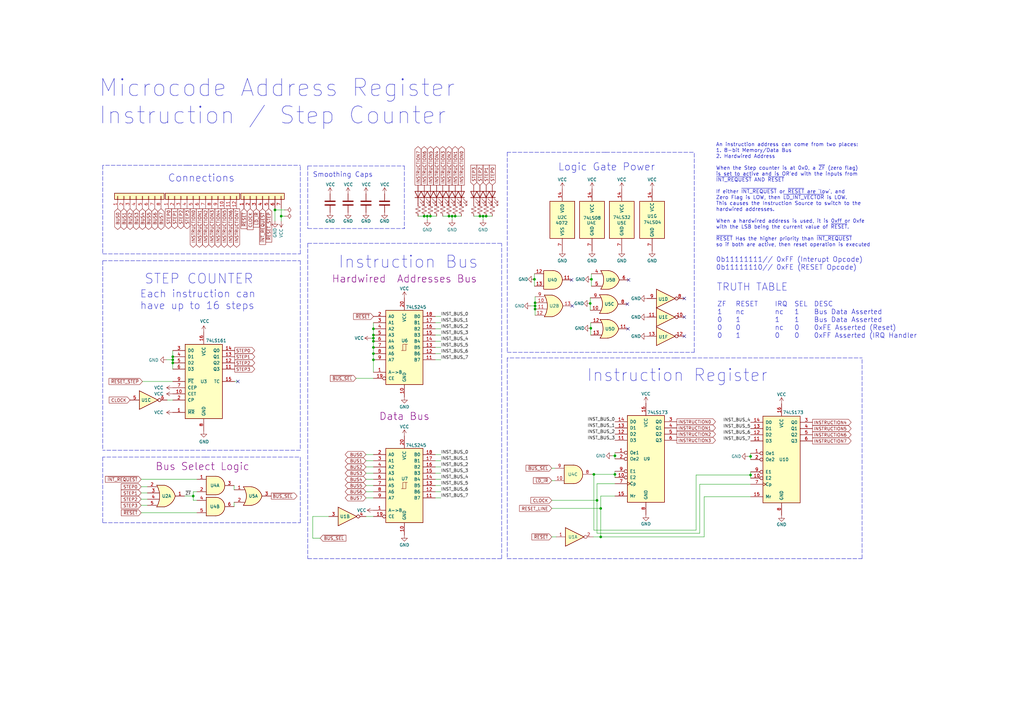
<source format=kicad_sch>
(kicad_sch (version 20211123) (generator eeschema)
  (paper "A3")
  (junction (at 196.85 88.646))
  (junction (at 70.866 146.304))
  (junction (at 307.848 187.198))
  (junction (at 246.38 208.534))
  (junction (at 79.248 203.454))
  (junction (at 153.162 139.954))
  (junction (at 70.866 148.844))
  (junction (at 175.26 88.646))
  (junction (at 198.12 88.646))
  (junction (at 186.69 88.646))
  (junction (at 115.316 88.646))
  (junction (at 153.162 147.574))
  (junction (at 219.202 114.554))
  (junction (at 199.39 88.646))
  (junction (at 242.062 124.46))
  (junction (at 153.162 145.034))
  (junction (at 244.856 205.232))
  (junction (at 153.162 138.684))
  (junction (at 242.316 134.62))
  (junction (at 185.42 88.646))
  (junction (at 173.99 88.646))
  (junction (at 219.456 126.746))
  (junction (at 219.456 125.476))
  (junction (at 70.866 147.574))
  (junction (at 219.456 124.206))
  (junction (at 184.15 88.646))
  (junction (at 243.586 194.564))
  (junction (at 246.38 220.218))
  (junction (at 153.162 142.494))
  (junction (at 307.848 194.818))
  (junction (at 242.57 114.554))
  (junction (at 176.53 88.646))
  (junction (at 252.222 194.564))
  (junction (at 153.162 137.414))
  (junction (at 112.776 86.106))
  (junction (at 153.162 134.874))
  (junction (at 252.222 186.944))
  (no_connect (at 257.302 124.714))
  (no_connect (at 257.81 114.808))
  (no_connect (at 234.442 114.808))
  (no_connect (at 257.556 134.874))
  (no_connect (at 280.67 137.922))
  (no_connect (at 280.67 130.048))
  (no_connect (at 280.67 122.428))
  (no_connect (at 234.696 125.476))
  (no_connect (at 97.536 156.464))
  (wire (pts (xy 219.456 125.476) (xy 219.456 126.746)))
  (wire (pts (xy 175.26 88.646) (xy 175.26 90.17)))
  (polyline (pts (xy 248.412 62.484) (xy 284.734 62.484)))
  (wire (pts (xy 178.562 129.794) (xy 180.848 129.794)))
  (wire (pts (xy 285.496 194.818) (xy 307.848 194.818)))
  (wire (pts (xy 243.586 194.564) (xy 243.586 217.424)))
  (wire (pts (xy 79.248 201.676) (xy 80.772 201.676)))
  (wire (pts (xy 153.162 147.574) (xy 153.162 152.654)))
  (wire (pts (xy 219.456 121.666) (xy 219.456 124.206)))
  (wire (pts (xy 307.848 203.708) (xy 288.798 203.708)))
  (wire (pts (xy 198.12 88.646) (xy 199.39 88.646)))
  (wire (pts (xy 68.326 147.574) (xy 70.866 147.574)))
  (wire (pts (xy 75.692 203.454) (xy 79.248 203.454)))
  (wire (pts (xy 178.562 196.596) (xy 180.848 196.596)))
  (wire (pts (xy 112.776 86.106) (xy 116.84 86.106)))
  (wire (pts (xy 58.42 156.464) (xy 70.866 156.464)))
  (wire (pts (xy 150.114 196.596) (xy 153.162 196.596)))
  (wire (pts (xy 96.012 199.136) (xy 96.012 200.914)))
  (wire (pts (xy 185.42 88.646) (xy 186.69 88.646)))
  (polyline (pts (xy 126.238 99.822) (xy 205.74 99.822)))
  (wire (pts (xy 306.832 187.198) (xy 307.848 187.198)))
  (wire (pts (xy 196.85 88.646) (xy 198.12 88.646)))
  (wire (pts (xy 153.162 132.334) (xy 153.162 134.874)))
  (wire (pts (xy 178.562 147.574) (xy 180.848 147.574)))
  (wire (pts (xy 194.31 88.646) (xy 196.85 88.646)))
  (wire (pts (xy 57.912 207.264) (xy 60.452 207.264)))
  (wire (pts (xy 79.248 203.454) (xy 79.248 205.232)))
  (wire (pts (xy 150.114 201.676) (xy 153.162 201.676)))
  (wire (pts (xy 115.316 88.646) (xy 115.316 85.598)))
  (wire (pts (xy 287.02 218.694) (xy 287.02 198.628)))
  (wire (pts (xy 243.586 194.564) (xy 252.222 194.564)))
  (wire (pts (xy 307.848 187.198) (xy 307.848 188.468)))
  (wire (pts (xy 70.866 146.304) (xy 70.866 143.764)))
  (wire (pts (xy 307.848 193.548) (xy 307.848 194.818)))
  (wire (pts (xy 307.848 194.818) (xy 307.848 196.088)))
  (wire (pts (xy 96.266 156.464) (xy 97.536 156.464)))
  (polyline (pts (xy 248.412 62.484) (xy 208.026 62.484)))
  (wire (pts (xy 57.912 204.724) (xy 60.452 204.724)))
  (wire (pts (xy 178.562 186.436) (xy 180.848 186.436)))
  (wire (pts (xy 79.248 205.232) (xy 80.772 205.232)))
  (wire (pts (xy 112.776 90.678) (xy 112.776 86.106)))
  (wire (pts (xy 112.776 86.106) (xy 112.776 85.598)))
  (wire (pts (xy 252.222 198.374) (xy 244.856 198.374)))
  (wire (pts (xy 178.562 191.516) (xy 180.848 191.516)))
  (wire (pts (xy 115.316 88.646) (xy 116.84 88.646)))
  (wire (pts (xy 246.38 203.454) (xy 252.222 203.454)))
  (wire (pts (xy 150.114 191.516) (xy 153.162 191.516)))
  (wire (pts (xy 199.39 88.646) (xy 201.93 88.646)))
  (wire (pts (xy 178.562 194.056) (xy 180.848 194.056)))
  (polyline (pts (xy 126.238 68.072) (xy 126.238 93.726)))
  (wire (pts (xy 288.798 220.218) (xy 246.38 220.218)))
  (wire (pts (xy 288.798 203.708) (xy 288.798 220.218)))
  (wire (pts (xy 178.562 132.334) (xy 180.848 132.334)))
  (wire (pts (xy 217.678 125.476) (xy 219.456 125.476)))
  (wire (pts (xy 184.15 88.646) (xy 185.42 88.646)))
  (wire (pts (xy 219.202 112.268) (xy 219.202 114.554)))
  (wire (pts (xy 243.332 220.218) (xy 246.38 220.218)))
  (polyline (pts (xy 123.19 184.658) (xy 42.164 184.658)))
  (wire (pts (xy 219.202 114.554) (xy 219.202 117.348)))
  (polyline (pts (xy 123.19 106.934) (xy 123.19 184.658)))
  (wire (pts (xy 173.99 88.646) (xy 175.26 88.646)))
  (wire (pts (xy 242.824 194.564) (xy 243.586 194.564)))
  (wire (pts (xy 150.114 204.216) (xy 153.162 204.216)))
  (wire (pts (xy 242.316 134.62) (xy 242.316 137.414)))
  (wire (pts (xy 150.114 211.836) (xy 153.162 211.836)))
  (wire (pts (xy 70.866 148.844) (xy 70.866 151.384)))
  (wire (pts (xy 242.062 124.46) (xy 242.062 127.254)))
  (wire (pts (xy 178.562 137.414) (xy 180.848 137.414)))
  (wire (pts (xy 57.912 199.644) (xy 60.452 199.644)))
  (polyline (pts (xy 165.862 93.726) (xy 165.862 93.218)))
  (wire (pts (xy 96.012 205.994) (xy 96.012 207.772)))
  (wire (pts (xy 57.912 202.184) (xy 60.452 202.184)))
  (polyline (pts (xy 42.164 106.934) (xy 123.19 106.934)))
  (wire (pts (xy 242.57 114.554) (xy 242.57 117.348)))
  (wire (pts (xy 244.856 198.374) (xy 244.856 205.232)))
  (polyline (pts (xy 76.962 67.818) (xy 42.164 67.818)))
  (polyline (pts (xy 284.734 144.526) (xy 284.734 62.484)))
  (wire (pts (xy 242.062 122.174) (xy 242.062 124.46)))
  (wire (pts (xy 178.562 139.954) (xy 180.848 139.954)))
  (wire (pts (xy 153.162 134.874) (xy 153.162 137.414)))
  (wire (pts (xy 226.314 208.534) (xy 246.38 208.534)))
  (wire (pts (xy 226.314 205.232) (xy 244.856 205.232)))
  (polyline (pts (xy 123.19 104.14) (xy 123.19 67.818)))
  (wire (pts (xy 178.562 199.136) (xy 180.848 199.136)))
  (wire (pts (xy 244.856 218.694) (xy 287.02 218.694)))
  (wire (pts (xy 152.146 138.684) (xy 153.162 138.684)))
  (wire (pts (xy 175.26 88.646) (xy 176.53 88.646)))
  (wire (pts (xy 252.222 193.294) (xy 252.222 194.564)))
  (wire (pts (xy 185.42 88.646) (xy 185.42 90.17)))
  (wire (pts (xy 226.314 192.024) (xy 227.584 192.024)))
  (wire (pts (xy 242.57 112.268) (xy 242.57 114.554)))
  (wire (pts (xy 153.162 145.034) (xy 153.162 147.574)))
  (polyline (pts (xy 126.238 68.072) (xy 165.862 68.072)))
  (polyline (pts (xy 126.238 229.108) (xy 205.74 229.108)))
  (wire (pts (xy 178.562 204.216) (xy 180.848 204.216)))
  (polyline (pts (xy 155.702 93.726) (xy 165.862 93.726)))
  (wire (pts (xy 198.12 88.646) (xy 198.12 90.17)))
  (wire (pts (xy 251.206 186.944) (xy 252.222 186.944)))
  (wire (pts (xy 226.314 220.218) (xy 228.092 220.218)))
  (wire (pts (xy 252.222 185.674) (xy 252.222 186.944)))
  (wire (pts (xy 131.318 220.726) (xy 128.27 220.726)))
  (polyline (pts (xy 277.114 146.812) (xy 353.568 146.812)))
  (wire (pts (xy 287.02 198.628) (xy 307.848 198.628)))
  (polyline (pts (xy 76.962 67.818) (xy 123.19 67.818)))
  (wire (pts (xy 153.162 139.954) (xy 153.162 142.494)))
  (polyline (pts (xy 126.238 99.822) (xy 126.238 229.108)))
  (polyline (pts (xy 208.026 146.812) (xy 208.026 229.108)))
  (polyline (pts (xy 208.026 62.484) (xy 208.026 144.526)))
  (wire (pts (xy 57.912 196.596) (xy 80.772 196.596)))
  (wire (pts (xy 178.562 188.976) (xy 180.848 188.976)))
  (polyline (pts (xy 84.328 187.452) (xy 42.164 187.452)))
  (polyline (pts (xy 205.74 229.108) (xy 205.74 99.822)))
  (wire (pts (xy 285.496 217.424) (xy 285.496 194.818)))
  (wire (pts (xy 70.866 147.574) (xy 70.866 148.844)))
  (wire (pts (xy 226.314 197.104) (xy 227.584 197.104)))
  (wire (pts (xy 252.222 186.944) (xy 252.222 188.214)))
  (wire (pts (xy 252.222 194.564) (xy 252.222 195.834)))
  (wire (pts (xy 178.562 142.494) (xy 180.848 142.494)))
  (wire (pts (xy 178.562 201.676) (xy 180.848 201.676)))
  (wire (pts (xy 115.316 90.678) (xy 115.316 88.646)))
  (polyline (pts (xy 123.19 214.376) (xy 123.19 187.452)))
  (polyline (pts (xy 42.164 104.14) (xy 123.19 104.14)))
  (wire (pts (xy 176.53 88.646) (xy 179.07 88.646)))
  (wire (pts (xy 243.586 217.424) (xy 285.496 217.424)))
  (wire (pts (xy 70.866 147.574) (xy 70.866 146.304)))
  (polyline (pts (xy 42.164 67.818) (xy 42.164 104.14)))
  (wire (pts (xy 178.562 145.034) (xy 180.848 145.034)))
  (wire (pts (xy 128.27 211.836) (xy 134.874 211.836)))
  (wire (pts (xy 146.05 155.194) (xy 153.162 155.194)))
  (wire (pts (xy 242.316 132.334) (xy 242.316 134.62)))
  (wire (pts (xy 246.38 208.534) (xy 246.38 203.454)))
  (polyline (pts (xy 208.026 144.526) (xy 284.734 144.526)))
  (wire (pts (xy 246.38 220.218) (xy 246.38 208.534)))
  (wire (pts (xy 150.114 199.136) (xy 153.162 199.136)))
  (wire (pts (xy 186.69 88.646) (xy 189.23 88.646)))
  (wire (pts (xy 219.456 126.746) (xy 219.456 129.286)))
  (wire (pts (xy 178.562 134.874) (xy 180.848 134.874)))
  (wire (pts (xy 153.162 142.494) (xy 153.162 145.034)))
  (polyline (pts (xy 42.164 106.934) (xy 42.164 184.658)))
  (polyline (pts (xy 84.328 187.452) (xy 123.19 187.452)))
  (polyline (pts (xy 126.238 93.726) (xy 155.702 93.726)))
  (wire (pts (xy 150.114 186.436) (xy 153.162 186.436)))
  (wire (pts (xy 68.58 164.084) (xy 70.866 164.084)))
  (polyline (pts (xy 277.114 146.812) (xy 208.026 146.812)))
  (wire (pts (xy 219.456 124.206) (xy 219.456 125.476)))
  (wire (pts (xy 171.45 88.646) (xy 173.99 88.646)))
  (wire (pts (xy 244.856 205.232) (xy 244.856 218.694)))
  (polyline (pts (xy 42.164 214.376) (xy 123.19 214.376)))
  (wire (pts (xy 150.114 188.976) (xy 153.162 188.976)))
  (wire (pts (xy 307.848 185.928) (xy 307.848 187.198)))
  (wire (pts (xy 181.61 88.646) (xy 184.15 88.646)))
  (wire (pts (xy 128.27 220.726) (xy 128.27 211.836)))
  (wire (pts (xy 153.162 138.684) (xy 153.162 139.954)))
  (polyline (pts (xy 165.862 68.072) (xy 165.862 93.726)))
  (polyline (pts (xy 353.568 229.108) (xy 353.568 146.812)))
  (polyline (pts (xy 42.164 187.452) (xy 42.164 214.376)))
  (wire (pts (xy 153.162 137.414) (xy 153.162 138.684)))
  (wire (pts (xy 150.114 194.056) (xy 153.162 194.056)))
  (polyline (pts (xy 208.026 229.108) (xy 353.568 229.108)))
  (wire (pts (xy 57.912 210.312) (xy 80.772 210.312)))
  (wire (pts (xy 79.248 201.676) (xy 79.248 203.454)))
  (text "0b11111111// 0xFF (Interupt Opcode)\n0b11111110// 0xFE (RESET Opcode)" (at 293.624 110.998 0) (effects (font (size 2.0066 2.0066)) (justify left bottom)))
  (text "Each instruction can \nhave up to 16 steps" (at 57.404 127.254 0) (effects (font (size 2.9972 2.9972)) (justify left bottom)))
  (text "Connections" (at 68.834 74.93 0) (effects (font (size 3 3)) (justify left bottom)))
  (text "An instruction address can come from two places:\n1. 8-bit Memory/Data Bus\n2. Hardwired Address\n\nWhen the Step counter is at 0x0, a ~{ZF} (zero flag)\nis set to active and is OR'ed with the inputs from\n~{INT_REQUEST} AND ~{RESET}\n\nIf either ~{INT_REQUEST} or ~{RESET} are `low`, and\nZero Flag is LOW, then ~{LD_INT_VECTOR} is LOW.\nThis causes the Instruction Source to switch to the\nhardwired addresses.\n\nWhen a hardwired address is used, it is 0xff or 0xfe\nwith the LSB being the current value of ~{RESET}.\n\n~{RESET} Has the higher priority than ~{INT_REQUEST}\nso if both are active, then reset operation is executed" (at 293.624 101.346 0) (effects (font (size 1.5 1.5)) (justify left bottom)))
  (text "Microcode Address Register\nInstruction / Step Counter" (at 40.386 51.562 0) (effects (font (size 7 7)) (justify left bottom)))
  (text "Logic Gate Power" (at 228.854 70.358 0) (effects (font (size 3 3)) (justify left bottom)))
  (text "STEP COUNTER" (at 59.182 116.84 0) (effects (font (size 3.9878 3.9878)) (justify left bottom)))
  (text "Instruction Register" (at 240.538 156.972 0) (effects (font (size 5 5)) (justify left bottom)))
  (text "Smoothing Caps" (at 128.27 72.898 0) (effects (font (size 2 2)) (justify left bottom)))
  (text "Instruction Bus" (at 138.684 110.49 0) (effects (font (size 5 5)) (justify left bottom)))
  (text "TRUTH TABLE" (at 293.878 119.634 0) (effects (font (size 3 3)) (justify left bottom)))
  (text "ZF	RESET	IRQ	SEL	DESC\n1	nc		nc	1	Bus Data Asserted	\n0	1		1	1	Bus Data Asserted\n0	0		nc	0	0xFE Asserted (Reset)\n0	1		0	0	0xFF Asserted (IRQ Handler\n" (at 294.132 138.938 0) (effects (font (size 2.0066 2.0066)) (justify left bottom)))
  (label "INST_BUS_7" (at 307.848 180.848 180))
  (label "INST_BUS_7" (at 180.848 204.216 0))
  (label "INST_BUS_5" (at 307.848 175.768 180))
  (label "INST_BUS_2" (at 180.848 191.516 0))
  (label "INST_BUS_4" (at 307.848 173.228 180))
  (label "INST_BUS_4" (at 180.848 196.596 0))
  (label "INST_BUS_0" (at 252.222 172.974 180))
  (label "INST_BUS_1" (at 180.848 132.334 0))
  (label "INST_BUS_1" (at 180.848 188.976 0))
  (label "INST_BUS_3" (at 180.848 137.414 0))
  (label "INST_BUS_1" (at 252.222 175.514 180))
  (label "INST_BUS_0" (at 180.848 186.436 0))
  (label "INST_BUS_2" (at 180.848 134.874 0))
  (label "INST_BUS_4" (at 180.848 139.954 0))
  (label "INST_BUS_3" (at 180.848 194.056 0))
  (label "INST_BUS_6" (at 180.848 145.034 0))
  (label "INST_BUS_5" (at 180.848 142.494 0))
  (label "INST_BUS_3" (at 252.222 180.594 180))
  (label "INST_BUS_0" (at 180.848 129.794 0))
  (label "INST_BUS_2" (at 252.222 178.054 180))
  (label "INST_BUS_6" (at 307.848 178.308 180))
  (label "INST_BUS_6" (at 180.848 201.676 0))
  (label "INST_BUS_7" (at 180.848 147.574 0))
  (label "~{ZF}" (at 78.486 203.454 180))
  (label "INST_BUS_5" (at 180.848 199.136 0))
  (global_label "~{RESET_STEP}" (shape input) (at 58.42 156.464 180) (property "Intersheet References" "${INTERSHEET_REFS}" (effects hide)))
  (global_label "~{BUS_SEL}" (shape input) (at 226.314 192.024 180) (property "Intersheet References" "${INTERSHEET_REFS}" (effects hide)))
  (global_label "~{INT_REQUEST}" (shape input) (at 57.912 196.596 180) (property "Intersheet References" "${INTERSHEET_REFS}" (effects hide)))
  (global_label "INSTRUCTION5" (shape output) (at 91.948 85.598 270) (property "Intersheet References" "${INTERSHEET_REFS}" (effects hide)))
  (global_label "INSTRUCTION6" (shape output) (at 333.248 178.308 0) (property "Intersheet References" "${INTERSHEET_REFS}" (effects hide)))
  (global_label "~{INT_REQUEST}" (shape input) (at 107.696 85.598 270) (property "Intersheet References" "${INTERSHEET_REFS}" (effects hide)))
  (global_label "STEP2" (shape input) (at 196.85 75.946 90) (property "Intersheet References" "${INTERSHEET_REFS}" (effects hide)))
  (global_label "STEP1" (shape output) (at 71.628 85.598 270) (property "Intersheet References" "${INTERSHEET_REFS}" (effects hide)))
  (global_label "INSTRUCTION6" (shape output) (at 94.488 85.598 270) (property "Intersheet References" "${INTERSHEET_REFS}" (effects hide)))
  (global_label "INSTRUCTION2" (shape output) (at 277.622 178.054 0) (property "Intersheet References" "${INTERSHEET_REFS}" (effects hide)))
  (global_label "BUS5" (shape tri_state) (at 60.96 85.598 270) (property "Intersheet References" "${INTERSHEET_REFS}" (effects hide)))
  (global_label "INSTRUCTION5" (shape output) (at 176.53 75.946 90) (property "Intersheet References" "${INTERSHEET_REFS}" (effects hide)))
  (global_label "INSTRUCTION3" (shape output) (at 277.622 180.594 0) (property "Intersheet References" "${INTERSHEET_REFS}" (effects hide)))
  (global_label "CLOCK" (shape input) (at 226.314 205.232 180) (property "Intersheet References" "${INTERSHEET_REFS}" (effects hide)))
  (global_label "STEP3" (shape input) (at 57.912 207.264 180) (property "Intersheet References" "${INTERSHEET_REFS}" (effects hide)))
  (global_label "INSTRUCTION3" (shape output) (at 181.61 75.946 90) (property "Intersheet References" "${INTERSHEET_REFS}" (effects hide)))
  (global_label "CLOCK" (shape input) (at 102.616 85.598 270) (property "Intersheet References" "${INTERSHEET_REFS}" (effects hide)))
  (global_label "INSTRUCTION4" (shape output) (at 179.07 75.946 90) (property "Intersheet References" "${INTERSHEET_REFS}" (effects hide)))
  (global_label "BUS1" (shape tri_state) (at 50.8 85.598 270) (property "Intersheet References" "${INTERSHEET_REFS}" (effects hide)))
  (global_label "STEP0" (shape output) (at 96.266 143.764 0) (property "Intersheet References" "${INTERSHEET_REFS}" (effects hide)))
  (global_label "INSTRUCTION7" (shape output) (at 171.45 75.946 90) (property "Intersheet References" "${INTERSHEET_REFS}" (effects hide)))
  (global_label "INSTRUCTION6" (shape output) (at 173.99 75.946 90) (property "Intersheet References" "${INTERSHEET_REFS}" (effects hide)))
  (global_label "STEP0" (shape input) (at 57.912 199.644 180) (property "Intersheet References" "${INTERSHEET_REFS}" (effects hide)))
  (global_label "~{RESET_STEP}" (shape input) (at 110.236 85.598 270) (property "Intersheet References" "${INTERSHEET_REFS}" (effects hide)))
  (global_label "STEP2" (shape output) (at 96.266 148.844 0) (property "Intersheet References" "${INTERSHEET_REFS}" (effects hide)))
  (global_label "STEP1" (shape input) (at 57.912 202.184 180) (property "Intersheet References" "${INTERSHEET_REFS}" (effects hide)))
  (global_label "RESET_LINE" (shape input) (at 226.314 208.534 180) (property "Intersheet References" "${INTERSHEET_REFS}" (effects hide)))
  (global_label "BUS2" (shape tri_state) (at 53.34 85.598 270) (property "Intersheet References" "${INTERSHEET_REFS}" (effects hide)))
  (global_label "BUS3" (shape tri_state) (at 150.114 194.056 180) (property "Intersheet References" "${INTERSHEET_REFS}" (effects hide)))
  (global_label "BUS0" (shape tri_state) (at 150.114 186.436 180) (property "Intersheet References" "${INTERSHEET_REFS}" (effects hide)))
  (global_label "INSTRUCTION4" (shape output) (at 89.408 85.598 270) (property "Intersheet References" "${INTERSHEET_REFS}" (effects hide)))
  (global_label "BUS6" (shape tri_state) (at 150.114 201.676 180) (property "Intersheet References" "${INTERSHEET_REFS}" (effects hide)))
  (global_label "~{BUS_SEL}" (shape input) (at 146.05 155.194 180) (property "Intersheet References" "${INTERSHEET_REFS}" (effects hide)))
  (global_label "INSTRUCTION0" (shape output) (at 79.248 85.598 270) (property "Intersheet References" "${INTERSHEET_REFS}" (effects hide)))
  (global_label "INSTRUCTION2" (shape output) (at 184.15 75.946 90) (property "Intersheet References" "${INTERSHEET_REFS}" (effects hide)))
  (global_label "INSTRUCTION3" (shape output) (at 86.868 85.598 270) (property "Intersheet References" "${INTERSHEET_REFS}" (effects hide)))
  (global_label "INSTRUCTION0" (shape output) (at 277.622 172.974 0) (property "Intersheet References" "${INTERSHEET_REFS}" (effects hide)))
  (global_label "INSTRUCTION0" (shape output) (at 189.23 75.946 90) (property "Intersheet References" "${INTERSHEET_REFS}" (effects hide)))
  (global_label "BUS1" (shape tri_state) (at 150.114 188.976 180) (property "Intersheet References" "${INTERSHEET_REFS}" (effects hide)))
  (global_label "INSTRUCTION1" (shape output) (at 186.69 75.946 90) (property "Intersheet References" "${INTERSHEET_REFS}" (effects hide)))
  (global_label "INSTRUCTION1" (shape output) (at 277.622 175.514 0) (property "Intersheet References" "${INTERSHEET_REFS}" (effects hide)))
  (global_label "BUS6" (shape tri_state) (at 63.5 85.598 270) (property "Intersheet References" "${INTERSHEET_REFS}" (effects hide)))
  (global_label "BUS7" (shape tri_state) (at 150.114 204.216 180) (property "Intersheet References" "${INTERSHEET_REFS}" (effects hide)))
  (global_label "STEP3" (shape output) (at 76.708 85.598 270) (property "Intersheet References" "${INTERSHEET_REFS}" (effects hide)))
  (global_label "~{RESET}" (shape input) (at 226.314 220.218 180) (property "Intersheet References" "${INTERSHEET_REFS}" (effects hide)))
  (global_label "BUS7" (shape tri_state) (at 66.04 85.598 270) (property "Intersheet References" "${INTERSHEET_REFS}" (effects hide)))
  (global_label "~{RESET}" (shape input) (at 153.162 129.794 180) (property "Intersheet References" "${INTERSHEET_REFS}" (effects hide)))
  (global_label "STEP2" (shape input) (at 57.912 204.724 180) (property "Intersheet References" "${INTERSHEET_REFS}" (effects hide)))
  (global_label "~{LD_IR}" (shape input) (at 226.314 197.104 180) (property "Intersheet References" "${INTERSHEET_REFS}" (effects hide)))
  (global_label "CLOCK" (shape input) (at 53.34 164.084 180) (property "Intersheet References" "${INTERSHEET_REFS}" (effects hide)))
  (global_label "STEP0" (shape output) (at 69.088 85.598 270) (property "Intersheet References" "${INTERSHEET_REFS}" (effects hide)))
  (global_label "STEP3" (shape input) (at 194.31 75.946 90) (property "Intersheet References" "${INTERSHEET_REFS}" (effects hide)))
  (global_label "BUS4" (shape tri_state) (at 58.42 85.598 270) (property "Intersheet References" "${INTERSHEET_REFS}" (effects hide)))
  (global_label "INSTRUCTION5" (shape output) (at 333.248 175.768 0) (property "Intersheet References" "${INTERSHEET_REFS}" (effects hide)))
  (global_label "STEP1" (shape input) (at 199.39 75.946 90) (property "Intersheet References" "${INTERSHEET_REFS}" (effects hide)))
  (global_label "INSTRUCTION4" (shape output) (at 333.248 173.228 0) (property "Intersheet References" "${INTERSHEET_REFS}" (effects hide)))
  (global_label "~{RESET}" (shape input) (at 100.076 85.598 270) (property "Intersheet References" "${INTERSHEET_REFS}" (effects hide)))
  (global_label "STEP0" (shape input) (at 201.93 75.946 90) (property "Intersheet References" "${INTERSHEET_REFS}" (effects hide)))
  (global_label "INSTRUCTION2" (shape output) (at 84.328 85.598 270) (property "Intersheet References" "${INTERSHEET_REFS}" (effects hide)))
  (global_label "~{LD_IR}" (shape input) (at 105.156 85.598 270) (property "Intersheet References" "${INTERSHEET_REFS}" (effects hide)))
  (global_label "STEP3" (shape output) (at 96.266 151.384 0) (property "Intersheet References" "${INTERSHEET_REFS}" (effects hide)))
  (global_label "BUS5" (shape tri_state) (at 150.114 199.136 180) (property "Intersheet References" "${INTERSHEET_REFS}" (effects hide)))
  (global_label "~{BUS_SEL}" (shape input) (at 131.318 220.726 0) (property "Intersheet References" "${INTERSHEET_REFS}" (effects hide)))
  (global_label "INSTRUCTION1" (shape output) (at 81.788 85.598 270) (property "Intersheet References" "${INTERSHEET_REFS}" (effects hide)))
  (global_label "STEP1" (shape output) (at 96.266 146.304 0) (property "Intersheet References" "${INTERSHEET_REFS}" (effects hide)))
  (global_label "BUS0" (shape tri_state) (at 48.26 85.598 270) (property "Intersheet References" "${INTERSHEET_REFS}" (effects hide)))
  (global_label "INSTRUCTION7" (shape output) (at 333.248 180.848 0) (property "Intersheet References" "${INTERSHEET_REFS}" (effects hide)))
  (global_label "STEP2" (shape output) (at 74.168 85.598 270) (property "Intersheet References" "${INTERSHEET_REFS}" (effects hide)))
  (global_label "BUS4" (shape tri_state) (at 150.114 196.596 180) (property "Intersheet References" "${INTERSHEET_REFS}" (effects hide)))
  (global_label "BUS2" (shape tri_state) (at 150.114 191.516 180) (property "Intersheet References" "${INTERSHEET_REFS}" (effects hide)))
  (global_label "INSTRUCTION7" (shape output) (at 97.028 85.598 270) (property "Intersheet References" "${INTERSHEET_REFS}" (effects hide)))
  (global_label "~{RESET}" (shape input) (at 57.912 210.312 180) (property "Intersheet References" "${INTERSHEET_REFS}" (effects hide)))
  (global_label "~{BUS_SEL}" (shape output) (at 111.252 203.454 0) (property "Intersheet References" "${INTERSHEET_REFS}" (effects hide)))
  (global_label "BUS3" (shape tri_state) (at 55.88 85.598 270) (property "Intersheet References" "${INTERSHEET_REFS}" (effects hide)))
  (symbol (lib_id "74xx:74LS173") (at 264.922 188.214 0) (unit 1)
    (property "Reference" "U9" (at 263.906 188.214 0) (effects (justify left)))
    (property "Value" "74LS173" (at 265.43 169.164 0) (effects (justify left)))
    (property "Footprint" "Package_SO:SOIC-16_3.9x9.9mm_P1.27mm" (effects hide))
    (property "Datasheet" "http://www.ti.com/lit/gpn/sn74LS173" (effects hide))
    (property "Field4" "8-bit Register" (effects hide))
  )
  (symbol (lib_id "74xx:74LS04") (at 273.05 122.428 0) (unit 4)
    (property "Reference" "U1" (at 272.034 122.682 0))
    (property "Value" "74LS04" (effects hide))
    (property "Footprint" "Package_SO:SOIC-14_3.9x8.7mm_P1.27mm" (effects hide))
    (property "Datasheet" "http://www.ti.com/lit/gpn/sn74LS04" (effects hide))
  )
  (symbol (lib_id "power:GND") (at 255.016 102.87 0) (unit 1)
    (property "Reference" "#PWR038" (effects hide))
    (property "Value" "GND" (at 255.016 106.934 0))
  )
  (symbol (lib_id "power:GND") (at 306.832 187.198 270) (unit 1)
    (property "Reference" "#PWR046" (effects hide))
    (property "Value" "GND" (at 302.006 187.198 90))
  )
  (symbol (lib_id "74xx:74LS161") (at 83.566 156.464 0) (unit 1)
    (property "Reference" "U3" (at 83.566 156.464 0))
    (property "Value" "74LS161" (at 88.646 139.7 0))
    (property "Footprint" "Package_SO:SOIC-16_3.9x9.9mm_P1.27mm" (effects hide))
    (property "Datasheet" "http://www.ti.com/lit/gpn/sn74LS161" (effects hide))
  )
  (symbol (lib_id "74xx:74LS32") (at 250.19 114.808 0) (unit 2)
    (property "Reference" "U5" (at 250.444 114.808 0))
    (property "Value" "74LS32" (effects hide))
    (property "Footprint" "Package_SO:SOIC-14_3.9x8.7mm_P1.27mm" (effects hide))
    (property "Datasheet" "http://www.ti.com/lit/gpn/sn74LS32" (effects hide))
    (property "Field4" "Bus Select Logic" (effects hide))
  )
  (symbol (lib_id "74xx:74LS32") (at 255.016 90.17 0) (unit 5)
    (property "Reference" "U5" (at 255.016 91.44 0))
    (property "Value" "74LS32" (at 255.016 89.154 0))
    (property "Footprint" "Package_SO:SOIC-14_3.9x8.7mm_P1.27mm" (effects hide))
    (property "Datasheet" "http://www.ti.com/lit/gpn/sn74LS32" (effects hide))
    (property "Field4" "Bus Select Logic" (effects hide))
  )
  (symbol (lib_id "Device:R_Small_US") (at 196.85 86.106 0) (unit 1)
    (property "Reference" "R10" (effects hide))
    (property "Value" "R_Small_US" (effects hide))
    (property "Footprint" "Resistor_SMD:R_0805_2012Metric" (effects hide))
  )
  (symbol (lib_id "power:GND") (at 83.566 176.784 0) (unit 1)
    (property "Reference" "#PWR06" (effects hide))
    (property "Value" "GND" (at 83.693 181.1782 0))
  )
  (symbol (lib_id "Device:LED") (at 196.85 79.756 90) (unit 1)
    (property "Reference" "D10" (effects hide))
    (property "Value" "LED" (effects hide))
    (property "Footprint" "LED_SMD:LED_0805_2012Metric" (effects hide))
  )
  (symbol (lib_id "power:VCC") (at 70.866 169.164 90) (unit 1)
    (property "Reference" "#PWR04" (effects hide))
    (property "Value" "VCC" (at 67.056 169.164 90) (effects (justify left)))
  )
  (symbol (lib_id "Connector_Generic:Conn_01x07") (at 107.696 80.518 90) (unit 1)
    (property "Reference" "J3" (effects hide))
    (property "Value" "Conn_01x07" (effects hide))
    (property "Footprint" "Connector_PinHeader_2.54mm:PinHeader_1x07_P2.54mm_Vertical" (effects hide))
  )
  (symbol (lib_id "power:VCC") (at 150.114 79.502 0) (unit 1)
    (property "Reference" "#PWR013" (effects hide))
    (property "Value" "VCC" (at 148.336 75.692 0) (effects (justify left)))
  )
  (symbol (lib_id "Device:C") (at 142.748 83.312 0) (unit 1)
    (property "Reference" "C2" (effects hide))
    (property "Value" "C" (effects hide))
    (property "Footprint" "Capacitor_SMD:C_0805_2012Metric" (effects hide))
  )
  (symbol (lib_id "Device:R_Small_US") (at 186.69 86.106 0) (unit 1)
    (property "Reference" "R7" (effects hide))
    (property "Value" "R_Small_US" (effects hide))
    (property "Footprint" "Resistor_SMD:R_0805_2012Metric" (effects hide))
  )
  (symbol (lib_id "power:VCC") (at 267.462 77.47 0) (unit 1)
    (property "Reference" "#PWR044" (effects hide))
    (property "Value" "VCC" (at 267.462 73.66 0))
  )
  (symbol (lib_id "Device:R_Small_US") (at 184.15 86.106 0) (unit 1)
    (property "Reference" "R6" (effects hide))
    (property "Value" "R_Small_US" (effects hide))
    (property "Footprint" "Resistor_SMD:R_0805_2012Metric" (effects hide))
  )
  (symbol (lib_id "Device:R_Small_US") (at 199.39 86.106 0) (unit 1)
    (property "Reference" "R11" (effects hide))
    (property "Value" "R_Small_US" (effects hide))
    (property "Footprint" "Resistor_SMD:R_0805_2012Metric" (effects hide))
  )
  (symbol (lib_id "power:GND") (at 242.062 124.46 270) (unit 1)
    (property "Reference" "#PWR031" (effects hide))
    (property "Value" "GND" (at 237.49 124.46 90))
  )
  (symbol (lib_id "74xx:74LS04") (at 273.05 130.048 0) (unit 5)
    (property "Reference" "U1" (at 272.034 130.048 0))
    (property "Value" "74LS04" (effects hide))
    (property "Footprint" "Package_SO:SOIC-14_3.9x8.7mm_P1.27mm" (effects hide))
    (property "Datasheet" "http://www.ti.com/lit/gpn/sn74LS04" (effects hide))
  )
  (symbol (lib_id "74xx:74LS04") (at 235.712 220.218 0) (unit 1)
    (property "Reference" "U1" (at 234.95 220.218 0))
    (property "Value" "74LS04" (effects hide))
    (property "Footprint" "Package_SO:SOIC-14_3.9x8.7mm_P1.27mm" (effects hide))
    (property "Datasheet" "http://www.ti.com/lit/gpn/sn74LS04" (effects hide))
  )
  (symbol (lib_id "Connector_Generic:Conn_01x12") (at 81.788 80.518 90) (unit 1)
    (property "Reference" "J2" (effects hide))
    (property "Value" "Conn_01x12" (effects hide))
    (property "Footprint" "Connector_PinHeader_2.54mm:PinHeader_1x12_P2.54mm_Vertical" (effects hide))
  )
  (symbol (lib_id "74xx:74LS245") (at 165.862 199.136 0) (unit 1)
    (property "Reference" "U7" (at 164.592 196.342 0) (effects (justify left)))
    (property "Value" "74LS245" (at 166.37 182.626 0) (effects (justify left)))
    (property "Footprint" "Package_SO:SOIC-20W_7.5x12.8mm_P1.27mm" (effects hide))
    (property "Datasheet" "http://www.ti.com/lit/gpn/sn74LS245" (effects hide))
    (property "Field4" "Data Bus" (at 165.862 170.688 0) (effects (font (size 3 3))))
  )
  (symbol (lib_id "74xx:74LS08") (at 242.824 90.17 0) (unit 5)
    (property "Reference" "U4" (at 242.57 91.44 0))
    (property "Value" "74LS08" (at 242.824 89.408 0))
    (property "Footprint" "Package_SO:SOIC-14_3.9x8.7mm_P1.27mm" (effects hide))
    (property "Datasheet" "http://www.ti.com/lit/gpn/sn74LS08" (effects hide))
  )
  (symbol (lib_id "power:GND") (at 185.42 90.17 0) (unit 1)
    (property "Reference" "#PWR024" (effects hide))
    (property "Value" "GND" (at 185.42 94.234 0))
  )
  (symbol (lib_id "Device:R_Small_US") (at 171.45 86.106 0) (unit 1)
    (property "Reference" "R1" (effects hide))
    (property "Value" "R_Small_US" (effects hide))
    (property "Footprint" "Resistor_SMD:R_0805_2012Metric" (effects hide))
  )
  (symbol (lib_id "4xxx:4072") (at 227.076 125.476 0) (unit 2)
    (property "Reference" "U2" (at 227.33 125.476 0))
    (property "Value" "4072" (effects hide))
    (property "Footprint" "Package_SO:SOIC-14_3.9x8.7mm_P1.27mm" (effects hide))
    (property "Datasheet" "http://www.intersil.com/content/dam/Intersil/documents/cd40/cd4071bms-72bms-75bms.pdf" (effects hide))
  )
  (symbol (lib_id "power:GND") (at 230.632 102.87 0) (unit 1)
    (property "Reference" "#PWR030" (effects hide))
    (property "Value" "GND" (at 230.632 106.934 0))
  )
  (symbol (lib_id "power:GND") (at 251.206 186.944 270) (unit 1)
    (property "Reference" "#PWR036" (effects hide))
    (property "Value" "GND" (at 246.38 186.944 90))
  )
  (symbol (lib_id "Device:LED") (at 176.53 79.756 90) (unit 1)
    (property "Reference" "D3" (effects hide))
    (property "Value" "LED" (effects hide))
    (property "Footprint" "LED_SMD:LED_0805_2012Metric" (effects hide))
  )
  (symbol (lib_id "power:VCC") (at 320.548 165.608 0) (unit 1)
    (property "Reference" "#PWR047" (effects hide))
    (property "Value" "VCC" (at 320.548 161.798 0))
  )
  (symbol (lib_id "power:VCC") (at 230.632 77.47 0) (unit 1)
    (property "Reference" "#PWR029" (effects hide))
    (property "Value" "VCC" (at 230.632 73.66 0))
  )
  (symbol (lib_id "Device:R_Small_US") (at 189.23 86.106 0) (unit 1)
    (property "Reference" "R8" (effects hide))
    (property "Value" "R_Small_US" (effects hide))
    (property "Footprint" "Resistor_SMD:R_0805_2012Metric" (effects hide))
  )
  (symbol (lib_id "power:GND") (at 198.12 90.17 0) (unit 1)
    (property "Reference" "#PWR025" (effects hide))
    (property "Value" "GND" (at 198.12 94.234 0))
  )
  (symbol (lib_id "power:GND") (at 112.776 90.678 0) (unit 1)
    (property "Reference" "#PWR07" (effects hide))
    (property "Value" "GND" (at 112.776 95.504 90))
  )
  (symbol (lib_id "power:VCC") (at 153.162 209.296 90) (unit 1)
    (property "Reference" "#PWR016" (effects hide))
    (property "Value" "VCC" (at 148.336 209.296 90))
  )
  (symbol (lib_id "74xx:74LS04") (at 267.462 90.17 0) (unit 7)
    (property "Reference" "U1" (at 265.43 88.646 0) (effects (justify left)))
    (property "Value" "74LS04" (at 263.906 91.186 0) (effects (justify left)))
    (property "Footprint" "Package_SO:SOIC-14_3.9x8.7mm_P1.27mm" (effects hide))
    (property "Datasheet" "http://www.ti.com/lit/gpn/sn74LS04" (effects hide))
  )
  (symbol (lib_id "74xx:74LS08") (at 226.822 114.808 0) (unit 4)
    (property "Reference" "U4" (at 226.568 114.808 0))
    (property "Value" "74LS08" (effects hide))
    (property "Footprint" "Package_SO:SOIC-14_3.9x8.7mm_P1.27mm" (effects hide))
    (property "Datasheet" "http://www.ti.com/lit/gpn/sn74LS08" (effects hide))
  )
  (symbol (lib_id "74xx:74LS32") (at 249.682 124.714 0) (unit 3)
    (property "Reference" "U5" (at 249.936 124.714 0))
    (property "Value" "74LS32" (effects hide))
    (property "Footprint" "Package_SO:SOIC-14_3.9x8.7mm_P1.27mm" (effects hide))
    (property "Datasheet" "http://www.ti.com/lit/gpn/sn74LS32" (effects hide))
    (property "Field4" "Bus Select Logic" (effects hide))
  )
  (symbol (lib_id "Device:R_Small_US") (at 201.93 86.106 0) (unit 1)
    (property "Reference" "R12" (effects hide))
    (property "Value" "R_Small_US" (effects hide))
    (property "Footprint" "Resistor_SMD:R_0805_2012Metric" (effects hide))
  )
  (symbol (lib_id "Device:LED") (at 201.93 79.756 90) (unit 1)
    (property "Reference" "D12" (effects hide))
    (property "Value" "LED" (effects hide))
    (property "Footprint" "LED_SMD:LED_0805_2012Metric" (effects hide))
  )
  (symbol (lib_id "Device:LED") (at 199.39 79.756 90) (unit 1)
    (property "Reference" "D11" (effects hide))
    (property "Value" "LED" (effects hide))
    (property "Footprint" "LED_SMD:LED_0805_2012Metric" (effects hide))
  )
  (symbol (lib_id "power:GND") (at 165.862 219.456 0) (unit 1)
    (property "Reference" "#PWR022" (effects hide))
    (property "Value" "GND" (at 165.862 223.52 0))
  )
  (symbol (lib_id "power:GND") (at 267.462 102.87 0) (unit 1)
    (property "Reference" "#PWR045" (effects hide))
    (property "Value" "GND" (at 267.462 106.934 0))
  )
  (symbol (lib_id "power:GND") (at 165.862 162.814 0) (unit 1)
    (property "Reference" "#PWR020" (effects hide))
    (property "Value" "GND" (at 165.862 166.878 0))
  )
  (symbol (lib_id "power:VCC") (at 242.824 77.47 0) (unit 1)
    (property "Reference" "#PWR034" (effects hide))
    (property "Value" "VCC" (at 242.824 73.66 0))
  )
  (symbol (lib_id "Device:LED") (at 194.31 79.756 90) (unit 1)
    (property "Reference" "D9" (effects hide))
    (property "Value" "LED" (effects hide))
    (property "Footprint" "LED_SMD:LED_0805_2012Metric" (effects hide))
  )
  (symbol (lib_id "Device:LED") (at 181.61 79.756 90) (unit 1)
    (property "Reference" "D5" (effects hide))
    (property "Value" "LED" (effects hide))
    (property "Footprint" "LED_SMD:LED_0805_2012Metric" (effects hide))
  )
  (symbol (lib_id "power:GND") (at 150.114 87.122 0) (unit 1)
    (property "Reference" "#PWR014" (effects hide))
    (property "Value" "GND" (at 150.114 90.678 0))
  )
  (symbol (lib_id "power:VCC") (at 70.866 159.004 90) (unit 1)
    (property "Reference" "#PWR02" (effects hide))
    (property "Value" "VCC" (at 67.056 159.004 90) (effects (justify left)))
  )
  (symbol (lib_id "power:GND") (at 264.922 211.074 0) (unit 1)
    (property "Reference" "#PWR040" (effects hide))
    (property "Value" "GND" (at 264.922 214.884 0))
  )
  (symbol (lib_id "74xx:74LS173") (at 320.548 188.468 0) (unit 1)
    (property "Reference" "U10" (at 319.532 188.468 0) (effects (justify left)))
    (property "Value" "74LS173" (at 321.056 169.164 0) (effects (justify left)))
    (property "Footprint" "Package_SO:SOIC-16_3.9x9.9mm_P1.27mm" (effects hide))
    (property "Datasheet" "http://www.ti.com/lit/gpn/sn74LS173" (effects hide))
  )
  (symbol (lib_id "Device:C") (at 157.734 83.312 0) (unit 1)
    (property "Reference" "C4" (effects hide))
    (property "Value" "C" (effects hide))
    (property "Footprint" "Capacitor_SMD:C_0805_2012Metric" (effects hide))
  )
  (symbol (lib_id "Device:R_Small_US") (at 176.53 86.106 0) (unit 1)
    (property "Reference" "R3" (effects hide))
    (property "Value" "R_Small_US" (effects hide))
    (property "Footprint" "Resistor_SMD:R_0805_2012Metric" (effects hide))
  )
  (symbol (lib_id "power:VCC") (at 264.922 165.354 0) (unit 1)
    (property "Reference" "#PWR039" (effects hide))
    (property "Value" "VCC" (at 264.922 161.544 0))
  )
  (symbol (lib_id "power:GND") (at 217.678 125.476 270) (unit 1)
    (property "Reference" "#PWR026" (effects hide))
    (property "Value" "GND" (at 215.138 125.476 90) (effects (justify right)))
  )
  (symbol (lib_id "Device:C") (at 135.382 83.312 0) (unit 1)
    (property "Reference" "C1" (effects hide))
    (property "Value" "C" (effects hide))
    (property "Footprint" "Capacitor_SMD:C_0805_2012Metric" (effects hide))
  )
  (symbol (lib_id "power:GND") (at 135.382 87.122 0) (unit 1)
    (property "Reference" "#PWR010" (effects hide))
    (property "Value" "GND" (at 135.382 90.678 0))
  )
  (symbol (lib_id "Device:LED") (at 179.07 79.756 90) (unit 1)
    (property "Reference" "D4" (effects hide))
    (property "Value" "LED" (effects hide))
    (property "Footprint" "LED_SMD:LED_0805_2012Metric" (effects hide))
  )
  (symbol (lib_id "Connector_Generic:Conn_01x08") (at 55.88 80.518 90) (unit 1)
    (property "Reference" "J1" (effects hide))
    (property "Value" "Conn_01x08" (effects hide))
    (property "Footprint" "Connector_PinHeader_2.54mm:PinHeader_1x08_P2.54mm_Vertical" (effects hide))
  )
  (symbol (lib_id "power:VCC") (at 83.566 136.144 0) (unit 1)
    (property "Reference" "#PWR05" (effects hide))
    (property "Value" "VCC" (at 83.947 131.7498 0))
  )
  (symbol (lib_id "74xx:74LS04") (at 60.96 164.084 0) (unit 3)
    (property "Reference" "U1" (at 59.944 164.084 0))
    (property "Value" "74LS04" (effects hide))
    (property "Footprint" "Package_SO:SOIC-14_3.9x8.7mm_P1.27mm" (effects hide))
    (property "Datasheet" "http://www.ti.com/lit/gpn/sn74LS04" (effects hide))
  )
  (symbol (lib_id "power:GND") (at 175.26 90.17 0) (unit 1)
    (property "Reference" "#PWR023" (effects hide))
    (property "Value" "GND" (at 175.26 94.234 0))
  )
  (symbol (lib_id "power:VCC") (at 70.866 161.544 90) (unit 1)
    (property "Reference" "#PWR03" (effects hide))
    (property "Value" "VCC" (at 67.056 161.544 90) (effects (justify left)))
  )
  (symbol (lib_id "Device:R_Small_US") (at 181.61 86.106 0) (unit 1)
    (property "Reference" "R5" (effects hide))
    (property "Value" "R_Small_US" (effects hide))
    (property "Footprint" "Resistor_SMD:R_0805_2012Metric" (effects hide))
  )
  (symbol (lib_id "power:GND") (at 242.316 134.62 270) (unit 1)
    (property "Reference" "#PWR032" (effects hide))
    (property "Value" "GND" (at 237.744 134.62 90))
  )
  (symbol (lib_id "Device:LED") (at 189.23 79.756 90) (unit 1)
    (property "Reference" "D8" (effects hide))
    (property "Value" "LED" (effects hide))
    (property "Footprint" "LED_SMD:LED_0805_2012Metric" (effects hide))
  )
  (symbol (lib_id "Device:R_Small_US") (at 194.31 86.106 0) (unit 1)
    (property "Reference" "R9" (effects hide))
    (property "Value" "R_Small_US" (effects hide))
    (property "Footprint" "Resistor_SMD:R_0805_2012Metric" (effects hide))
  )
  (symbol (lib_id "power:GND") (at 242.57 114.554 270) (unit 1)
    (property "Reference" "#PWR033" (effects hide))
    (property "Value" "GND" (at 237.998 114.554 90))
  )
  (symbol (lib_id "74xx:74LS04") (at 273.05 137.922 0) (unit 6)
    (property "Reference" "U1" (at 272.034 138.176 0))
    (property "Value" "74LS04" (effects hide))
    (property "Footprint" "Package_SO:SOIC-14_3.9x8.7mm_P1.27mm" (effects hide))
    (property "Datasheet" "http://www.ti.com/lit/gpn/sn74LS04" (effects hide))
  )
  (symbol (lib_id "74xx:74LS08") (at 88.392 199.136 0) (unit 1)
    (property "Reference" "U4" (at 88.138 199.136 0))
    (property "Value" "74LS08" (effects hide))
    (property "Footprint" "Package_SO:SOIC-14_3.9x8.7mm_P1.27mm" (effects hide))
    (property "Datasheet" "http://www.ti.com/lit/gpn/sn74LS08" (effects hide))
  )
  (symbol (lib_id "4xxx:4072") (at 68.072 203.454 0) (unit 1)
    (property "Reference" "U2" (at 68.326 203.454 0))
    (property "Value" "4072" (effects hide))
    (property "Footprint" "Package_SO:SOIC-14_3.9x8.7mm_P1.27mm" (effects hide))
    (property "Datasheet" "http://www.intersil.com/content/dam/Intersil/documents/cd40/cd4071bms-72bms-75bms.pdf" (effects hide))
  )
  (symbol (lib_id "power:GND") (at 265.43 130.048 270) (unit 1)
    (property "Reference" "#PWR042" (effects hide))
    (property "Value" "GND" (at 260.858 130.048 90))
  )
  (symbol (lib_id "power:GND") (at 265.43 122.428 270) (unit 1)
    (property "Reference" "#PWR041" (effects hide))
    (property "Value" "GND" (at 260.858 122.428 90))
  )
  (symbol (lib_id "Device:LED") (at 173.99 79.756 90) (unit 1)
    (property "Reference" "D2" (effects hide))
    (property "Value" "LED" (effects hide))
    (property "Footprint" "LED_SMD:LED_0805_2012Metric" (effects hide))
  )
  (symbol (lib_id "power:PWR_FLAG") (at 116.84 88.646 270) (unit 1)
    (property "Reference" "#FLG02" (effects hide))
    (property "Value" "PWR_FLAG" (effects hide))
  )
  (symbol (lib_id "power:VCC") (at 165.862 178.816 0) (unit 1)
    (property "Reference" "#PWR021" (effects hide))
    (property "Value" "VCC" (at 165.862 175.006 0))
  )
  (symbol (lib_id "Device:R_Small_US") (at 173.99 86.106 0) (unit 1)
    (property "Reference" "R2" (effects hide))
    (property "Value" "R_Small_US" (effects hide))
    (property "Footprint" "Resistor_SMD:R_0805_2012Metric" (effects hide))
  )
  (symbol (lib_id "power:VCC") (at 157.734 79.502 0) (unit 1)
    (property "Reference" "#PWR017" (effects hide))
    (property "Value" "VCC" (at 155.956 75.692 0) (effects (justify left)))
  )
  (symbol (lib_id "74xx:74LS245") (at 165.862 142.494 0) (unit 1)
    (property "Reference" "U6" (at 164.592 139.7 0) (effects (justify left)))
    (property "Value" "74LS245" (at 166.37 125.984 0) (effects (justify left)))
    (property "Footprint" "Package_SO:SOIC-20W_7.5x12.8mm_P1.27mm" (effects hide))
    (property "Datasheet" "http://www.ti.com/lit/gpn/sn74LS245" (effects hide))
    (property "Field4" "Hardwired  Addresses Bus" (at 165.862 114.3 0) (effects (font (size 3 3))))
  )
  (symbol (lib_id "74xx:74LS32") (at 103.632 203.454 0) (unit 1)
    (property "Reference" "U5" (at 103.886 203.454 0))
    (property "Value" "74LS32" (effects hide))
    (property "Footprint" "Package_SO:SOIC-14_3.9x8.7mm_P1.27mm" (effects hide))
    (property "Datasheet" "http://www.ti.com/lit/gpn/sn74LS32" (effects hide))
    (property "Field4" "Bus Select Logic" (at 83.058 191.262 0) (effects (font (size 3 3))))
  )
  (symbol (lib_id "74xx:74LS08") (at 88.392 207.772 0) (unit 2)
    (property "Reference" "U4" (at 88.138 207.772 0))
    (property "Value" "74LS08" (effects hide))
    (property "Footprint" "Package_SO:SOIC-14_3.9x8.7mm_P1.27mm" (effects hide))
    (property "Datasheet" "http://www.ti.com/lit/gpn/sn74LS08" (effects hide))
  )
  (symbol (lib_id "power:PWR_FLAG") (at 116.84 86.106 270) (unit 1)
    (property "Reference" "#FLG01" (effects hide))
    (property "Value" "PWR_FLAG" (effects hide))
  )
  (symbol (lib_id "Device:LED") (at 184.15 79.756 90) (unit 1)
    (property "Reference" "D6" (effects hide))
    (property "Value" "LED" (effects hide))
    (property "Footprint" "LED_SMD:LED_0805_2012Metric" (effects hide))
  )
  (symbol (lib_id "power:GND") (at 265.43 137.922 270) (unit 1)
    (property "Reference" "#PWR043" (effects hide))
    (property "Value" "GND" (at 260.858 137.922 90))
  )
  (symbol (lib_id "74xx:74LS04") (at 142.494 211.836 0) (unit 2)
    (property "Reference" "U1" (at 141.478 211.836 0))
    (property "Value" "74LS04" (effects hide))
    (property "Footprint" "Package_SO:SOIC-14_3.9x8.7mm_P1.27mm" (effects hide))
    (property "Datasheet" "http://www.ti.com/lit/gpn/sn74LS04" (effects hide))
  )
  (symbol (lib_id "Device:LED") (at 171.45 79.756 90) (unit 1)
    (property "Reference" "D1" (effects hide))
    (property "Value" "LED" (effects hide))
    (property "Footprint" "LED_SMD:LED_0805_2012Metric" (effects hide))
  )
  (symbol (lib_id "power:GND") (at 157.734 87.122 0) (unit 1)
    (property "Reference" "#PWR018" (effects hide))
    (property "Value" "GND" (at 157.734 90.678 0))
  )
  (symbol (lib_id "74xx:74LS32") (at 249.936 134.874 0) (unit 4)
    (property "Reference" "U5" (at 250.19 134.874 0))
    (property "Value" "74LS32" (effects hide))
    (property "Footprint" "Package_SO:SOIC-14_3.9x8.7mm_P1.27mm" (effects hide))
    (property "Datasheet" "http://www.ti.com/lit/gpn/sn74LS32" (effects hide))
    (property "Field4" "Bus Select Logic" (effects hide))
  )
  (symbol (lib_id "power:GND") (at 242.824 102.87 0) (unit 1)
    (property "Reference" "#PWR035" (effects hide))
    (property "Value" "GND" (at 242.824 106.934 0))
  )
  (symbol (lib_id "power:VCC") (at 165.862 122.174 0) (unit 1)
    (property "Reference" "#PWR019" (effects hide))
    (property "Value" "VCC" (at 165.862 118.364 0))
  )
  (symbol (lib_id "power:VCC") (at 152.146 138.684 90) (unit 1)
    (property "Reference" "#PWR015" (effects hide))
    (property "Value" "VCC" (at 147.32 138.684 90))
  )
  (symbol (lib_id "74xx:74LS08") (at 235.204 194.564 0) (unit 3)
    (property "Reference" "U4" (at 234.95 194.564 0))
    (property "Value" "74LS08" (effects hide))
    (property "Footprint" "Package_SO:SOIC-14_3.9x8.7mm_P1.27mm" (effects hide))
    (property "Datasheet" "http://www.ti.com/lit/gpn/sn74LS08" (effects hide))
  )
  (symbol (lib_id "power:GND") (at 68.326 147.574 270) (unit 1)
    (property "Reference" "#PWR01" (effects hide))
    (property "Value" "GND" (at 65.0748 147.701 90) (effects (justify right)))
  )
  (symbol (lib_id "Device:LED") (at 186.69 79.756 90) (unit 1)
    (property "Reference" "D7" (effects hide))
    (property "Value" "LED" (effects hide))
    (property "Footprint" "LED_SMD:LED_0805_2012Metric" (effects hide))
  )
  (symbol (lib_id "power:GND") (at 142.748 87.122 0) (unit 1)
    (property "Reference" "#PWR012" (effects hide))
    (property "Value" "GND" (at 142.748 90.678 0))
  )
  (symbol (lib_id "Device:C") (at 150.114 83.312 0) (unit 1)
    (property "Reference" "C3" (effects hide))
    (property "Value" "C" (effects hide))
    (property "Footprint" "Capacitor_SMD:C_0805_2012Metric" (effects hide))
  )
  (symbol (lib_id "power:VCC") (at 135.382 79.502 0) (unit 1)
    (property "Reference" "#PWR09" (effects hide))
    (property "Value" "VCC" (at 133.604 75.692 0) (effects (justify left)))
  )
  (symbol (lib_id "power:VCC") (at 142.748 79.502 0) (unit 1)
    (property "Reference" "#PWR011" (effects hide))
    (property "Value" "VCC" (at 140.97 75.692 0) (effects (justify left)))
  )
  (symbol (lib_id "4xxx:4072") (at 230.632 90.17 0) (unit 3)
    (property "Reference" "U2" (at 228.6 89.154 0) (effects (justify left)))
    (property "Value" "4072" (at 227.838 91.44 0) (effects (justify left)))
    (property "Footprint" "Package_SO:SOIC-14_3.9x8.7mm_P1.27mm" (effects hide))
    (property "Datasheet" "http://www.intersil.com/content/dam/Intersil/documents/cd40/cd4071bms-72bms-75bms.pdf" (effects hide))
  )
  (symbol (lib_id "Device:R_Small_US") (at 179.07 86.106 0) (unit 1)
    (property "Reference" "R4" (effects hide))
    (property "Value" "R_Small_US" (effects hide))
    (property "Footprint" "Resistor_SMD:R_0805_2012Metric" (effects hide))
  )
  (symbol (lib_id "power:VCC") (at 115.316 90.678 180) (unit 1)
    (property "Reference" "#PWR08" (effects hide))
    (property "Value" "VCC" (at 115.316 93.726 90) (effects (justify left)))
  )
  (symbol (lib_id "power:GND") (at 219.202 114.554 270) (unit 1)
    (property "Reference" "#PWR028" (effects hide))
    (property "Value" "GND" (at 214.63 114.554 90))
  )
  (symbol (lib_id "power:VCC") (at 255.016 77.47 0) (unit 1)
    (property "Reference" "#PWR037" (effects hide))
    (property "Value" "VCC" (at 255.016 73.66 0))
  )
  (symbol (lib_id "power:GND") (at 320.548 211.328 0) (unit 1)
    (property "Reference" "#PWR048" (effects hide))
    (property "Value" "GND" (at 320.548 215.138 0))
  )
)
</source>
